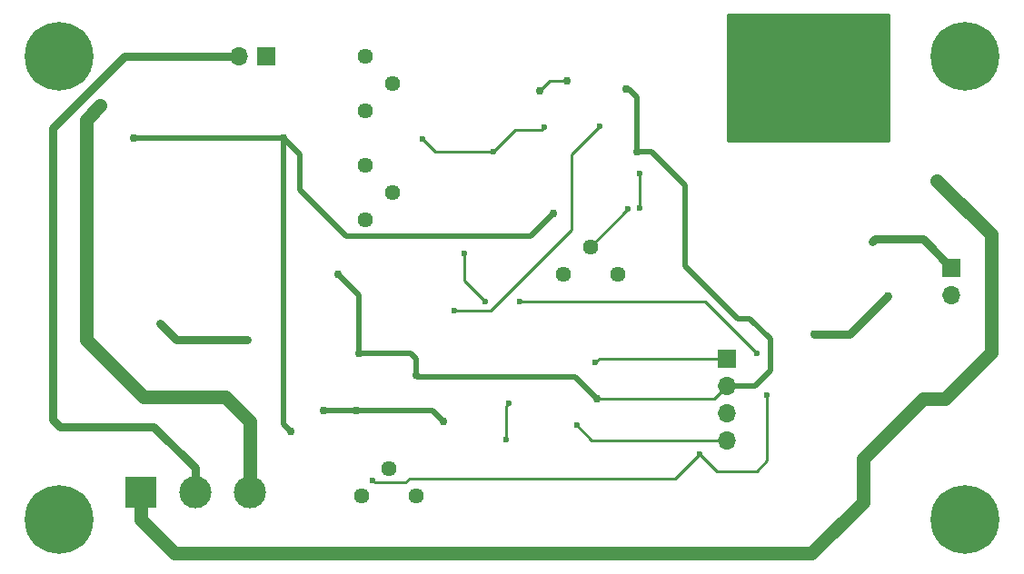
<source format=gbr>
G04 #@! TF.FileFunction,Copper,L2,Bot,Signal*
%FSLAX46Y46*%
G04 Gerber Fmt 4.6, Leading zero omitted, Abs format (unit mm)*
G04 Created by KiCad (PCBNEW 4.0.6) date 07/14/17 14:36:20*
%MOMM*%
%LPD*%
G01*
G04 APERTURE LIST*
%ADD10C,0.100000*%
%ADD11C,6.400000*%
%ADD12R,3.000000X3.000000*%
%ADD13C,3.000000*%
%ADD14R,1.700000X1.700000*%
%ADD15O,1.700000X1.700000*%
%ADD16C,1.440000*%
%ADD17C,0.762000*%
%ADD18C,0.600000*%
%ADD19C,1.270000*%
%ADD20C,0.762000*%
%ADD21C,0.254000*%
%ADD22C,0.508000*%
%ADD23C,0.250000*%
G04 APERTURE END LIST*
D10*
D11*
X117475000Y-25400000D03*
X117475000Y-68580000D03*
X33020000Y-68580000D03*
D12*
X40640000Y-66040000D03*
D13*
X45720000Y-66040000D03*
X50800000Y-66040000D03*
D14*
X52324000Y-25400000D03*
D15*
X49784000Y-25400000D03*
D14*
X95300800Y-53543200D03*
D15*
X95300800Y-56083200D03*
X95300800Y-58623200D03*
X95300800Y-61163200D03*
D14*
X116205000Y-45085000D03*
D15*
X116205000Y-47625000D03*
D16*
X61595000Y-25400000D03*
X64135000Y-27940000D03*
X61595000Y-30480000D03*
X61595000Y-35560000D03*
X64135000Y-38100000D03*
X61595000Y-40640000D03*
X61277500Y-66357500D03*
X63817500Y-63817500D03*
X66357500Y-66357500D03*
X80010000Y-45720000D03*
X82550000Y-43180000D03*
X85090000Y-45720000D03*
D11*
X33020000Y-25400000D03*
D17*
X114858800Y-36982400D03*
X80391000Y-27686000D03*
X77851000Y-28575000D03*
X110236000Y-47752000D03*
X103378000Y-51308000D03*
X106680000Y-25400000D03*
X105410000Y-25400000D03*
X104140000Y-25400000D03*
X102870000Y-25400000D03*
X101600000Y-25400000D03*
X100330000Y-25400000D03*
X99060000Y-25400000D03*
X106680000Y-26670000D03*
X105410000Y-26670000D03*
X104140000Y-26670000D03*
X102870000Y-26670000D03*
X101600000Y-26670000D03*
X100330000Y-26670000D03*
X99060000Y-26670000D03*
X106680000Y-27940000D03*
X105410000Y-27940000D03*
X104140000Y-27940000D03*
X102870000Y-27940000D03*
X101600000Y-27940000D03*
X100330000Y-27940000D03*
X99060000Y-27940000D03*
X106680000Y-31750000D03*
X106680000Y-30480000D03*
X106680000Y-29210000D03*
X105410000Y-31750000D03*
X105410000Y-30480000D03*
X105410000Y-29210000D03*
X104140000Y-31750000D03*
X104140000Y-30480000D03*
X104140000Y-29210000D03*
X102870000Y-31750000D03*
X102870000Y-30480000D03*
X102870000Y-29210000D03*
X101600000Y-31750000D03*
X101600000Y-30480000D03*
X101600000Y-29210000D03*
X100330000Y-31750000D03*
X100330000Y-30480000D03*
X100330000Y-29210000D03*
X99060000Y-31750000D03*
X99060000Y-30480000D03*
X99060000Y-29210000D03*
X36880800Y-29972000D03*
X48514000Y-57150000D03*
D18*
X83007200Y-53949600D03*
X81280000Y-59791600D03*
X74726800Y-61112400D03*
X74930000Y-57759600D03*
X66903600Y-33070800D03*
X73533000Y-34290000D03*
X78232000Y-32004000D03*
D17*
X79121000Y-40005000D03*
X68834000Y-59436000D03*
X54610000Y-60325000D03*
X53975000Y-33020000D03*
X40005000Y-33020000D03*
X57658000Y-58420000D03*
X60706000Y-58420000D03*
X83185000Y-57277000D03*
X59055000Y-45720000D03*
X85852000Y-28448000D03*
X86868000Y-34290000D03*
X66294000Y-55118000D03*
X60960000Y-53086000D03*
D18*
X69900800Y-49072800D03*
X83413600Y-31902400D03*
X108864400Y-42621200D03*
X70815200Y-43738800D03*
X72745600Y-48260000D03*
X75996800Y-48260000D03*
X98094800Y-53086000D03*
X99009200Y-56997600D03*
X92710000Y-62484000D03*
X62280800Y-64922400D03*
X87122000Y-39497000D03*
X87122000Y-36322000D03*
X86055200Y-39624000D03*
X50546000Y-51816000D03*
X42418000Y-50292000D03*
D19*
X40640000Y-66040000D02*
X40640000Y-68580000D01*
X119888000Y-42011600D02*
X114858800Y-36982400D01*
X119888000Y-52984400D02*
X119888000Y-42011600D01*
X115570000Y-57302400D02*
X119888000Y-52984400D01*
X113538000Y-57302400D02*
X115570000Y-57302400D01*
X107950000Y-62890400D02*
X113538000Y-57302400D01*
X107950000Y-66954400D02*
X107950000Y-62890400D01*
X103174800Y-71729600D02*
X107950000Y-66954400D01*
X43789600Y-71729600D02*
X103174800Y-71729600D01*
X40640000Y-68580000D02*
X43789600Y-71729600D01*
D20*
X45720000Y-66040000D02*
X45720000Y-63754000D01*
X39116000Y-25400000D02*
X49784000Y-25400000D01*
X32461200Y-32054800D02*
X39116000Y-25400000D01*
X32461200Y-59232800D02*
X32461200Y-32054800D01*
X33121600Y-59893200D02*
X32461200Y-59232800D01*
X41859200Y-59893200D02*
X33121600Y-59893200D01*
X45720000Y-63754000D02*
X41859200Y-59893200D01*
D21*
X78740000Y-27686000D02*
X80391000Y-27686000D01*
X77851000Y-28575000D02*
X78740000Y-27686000D01*
D20*
X110236000Y-47752000D02*
X106680000Y-51308000D01*
X106680000Y-51308000D02*
X103378000Y-51308000D01*
D19*
X40894000Y-57150000D02*
X48514000Y-57150000D01*
X35560000Y-51816000D02*
X40894000Y-57150000D01*
X35560000Y-31292800D02*
X35560000Y-51816000D01*
X36880800Y-29972000D02*
X35560000Y-31292800D01*
X50800000Y-66040000D02*
X50800000Y-59436000D01*
X50800000Y-59436000D02*
X48514000Y-57150000D01*
D21*
X83413600Y-53543200D02*
X95300800Y-53543200D01*
X83007200Y-53949600D02*
X83413600Y-53543200D01*
X82651600Y-61163200D02*
X95300800Y-61163200D01*
X81280000Y-59791600D02*
X82651600Y-61163200D01*
X74726800Y-57962800D02*
X74726800Y-61112400D01*
X74930000Y-57759600D02*
X74726800Y-57962800D01*
X73533000Y-34290000D02*
X68122800Y-34290000D01*
X68122800Y-34290000D02*
X66903600Y-33070800D01*
X75565000Y-32258000D02*
X73533000Y-34290000D01*
X77978000Y-32258000D02*
X75565000Y-32258000D01*
X78232000Y-32004000D02*
X77978000Y-32258000D01*
D22*
X55499000Y-34544000D02*
X53975000Y-33020000D01*
X55499000Y-37846000D02*
X55499000Y-34544000D01*
X59817000Y-42164000D02*
X55499000Y-37846000D01*
X76962000Y-42164000D02*
X59817000Y-42164000D01*
X79121000Y-40005000D02*
X76962000Y-42164000D01*
X67818000Y-58420000D02*
X60706000Y-58420000D01*
X68834000Y-59436000D02*
X67818000Y-58420000D01*
X54610000Y-60325000D02*
X53975000Y-59690000D01*
X53975000Y-59690000D02*
X53975000Y-33020000D01*
X53975000Y-33020000D02*
X40005000Y-33020000D01*
X60706000Y-58420000D02*
X57658000Y-58420000D01*
X86868000Y-34290000D02*
X88239600Y-34290000D01*
X97942400Y-56083200D02*
X95300800Y-56083200D01*
X99314000Y-54711600D02*
X97942400Y-56083200D01*
X99314000Y-51714400D02*
X99314000Y-54711600D01*
X97434400Y-49834800D02*
X99314000Y-51714400D01*
X96266000Y-49834800D02*
X97434400Y-49834800D01*
X91389200Y-44958000D02*
X96266000Y-49834800D01*
X91389200Y-37439600D02*
X91389200Y-44958000D01*
X88239600Y-34290000D02*
X91389200Y-37439600D01*
D21*
X83185000Y-57277000D02*
X94107000Y-57277000D01*
X94107000Y-57277000D02*
X95300800Y-56083200D01*
D22*
X66421000Y-55245000D02*
X66294000Y-55118000D01*
X81153000Y-55245000D02*
X66421000Y-55245000D01*
X83185000Y-57277000D02*
X81153000Y-55245000D01*
X60960000Y-53086000D02*
X60960000Y-47625000D01*
X60960000Y-47625000D02*
X59055000Y-45720000D01*
X86106000Y-28448000D02*
X85852000Y-28448000D01*
X86868000Y-29210000D02*
X86106000Y-28448000D01*
X86868000Y-34290000D02*
X86868000Y-29210000D01*
X66294000Y-53594000D02*
X66294000Y-55118000D01*
X65786000Y-53086000D02*
X66294000Y-53594000D01*
X60960000Y-53086000D02*
X65786000Y-53086000D01*
D21*
X73304400Y-49072800D02*
X69900800Y-49072800D01*
X80822800Y-41554400D02*
X73304400Y-49072800D01*
X80822800Y-34493200D02*
X80822800Y-41554400D01*
X83413600Y-31902400D02*
X80822800Y-34493200D01*
D20*
X113538000Y-42418000D02*
X116205000Y-45085000D01*
X109067600Y-42418000D02*
X113538000Y-42418000D01*
X108864400Y-42621200D02*
X109067600Y-42418000D01*
D21*
X92710000Y-62484000D02*
X92760800Y-62484000D01*
X70815200Y-46329600D02*
X70815200Y-43738800D01*
X72745600Y-48260000D02*
X70815200Y-46329600D01*
X93268800Y-48260000D02*
X75996800Y-48260000D01*
X98094800Y-53086000D02*
X93268800Y-48260000D01*
X99009200Y-63093600D02*
X99009200Y-56997600D01*
X98044000Y-64058800D02*
X99009200Y-63093600D01*
X94335600Y-64058800D02*
X98044000Y-64058800D01*
X92760800Y-62484000D02*
X94335600Y-64058800D01*
X90474800Y-64719200D02*
X92710000Y-62484000D01*
X65735200Y-64719200D02*
X90474800Y-64719200D01*
X65328800Y-65125600D02*
X65735200Y-64719200D01*
X62484000Y-65125600D02*
X65328800Y-65125600D01*
X62280800Y-64922400D02*
X62484000Y-65125600D01*
X87122000Y-36322000D02*
X87122000Y-39497000D01*
X86055200Y-39624000D02*
X82550000Y-43129200D01*
X82550000Y-43129200D02*
X82550000Y-43180000D01*
D20*
X43942000Y-51816000D02*
X50546000Y-51816000D01*
X42418000Y-50292000D02*
X43942000Y-51816000D01*
D23*
G36*
X110365000Y-33276000D02*
X95375000Y-33276000D01*
X95375000Y-21520000D01*
X110365000Y-21520000D01*
X110365000Y-33276000D01*
X110365000Y-33276000D01*
G37*
X110365000Y-33276000D02*
X95375000Y-33276000D01*
X95375000Y-21520000D01*
X110365000Y-21520000D01*
X110365000Y-33276000D01*
M02*

</source>
